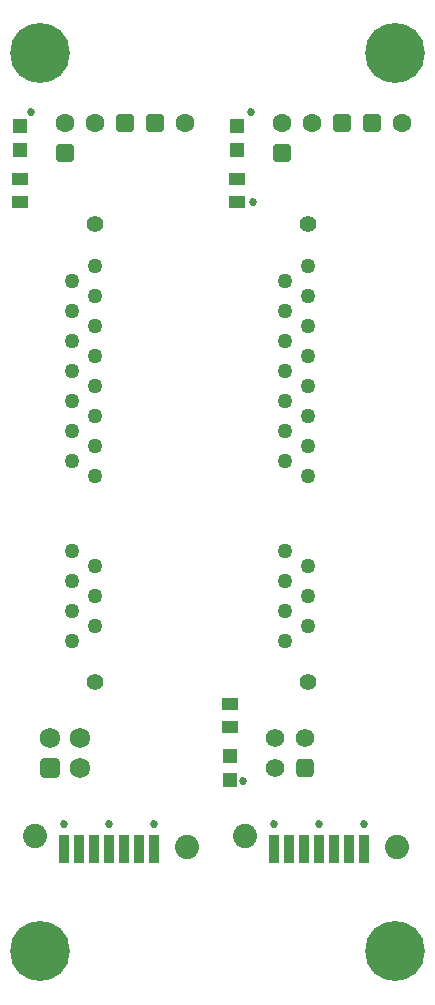
<source format=gbr>
G04*
G04 #@! TF.GenerationSoftware,Altium Limited,Altium Designer,22.11.1 (43)*
G04*
G04 Layer_Color=8388736*
%FSLAX44Y44*%
%MOMM*%
G71*
G04*
G04 #@! TF.SameCoordinates,A02E6F09-B365-49D6-8537-B30C210521C3*
G04*
G04*
G04 #@! TF.FilePolarity,Negative*
G04*
G01*
G75*
%ADD13R,1.4082X1.0065*%
%ADD14R,1.2000X1.2000*%
%ADD15R,0.9000X2.4000*%
%ADD16C,1.4160*%
%ADD17C,1.2760*%
%ADD18C,2.0500*%
%ADD19C,1.5760*%
G04:AMPARAMS|DCode=20|XSize=1.576mm|YSize=1.576mm|CornerRadius=0.413mm|HoleSize=0mm|Usage=FLASHONLY|Rotation=90.000|XOffset=0mm|YOffset=0mm|HoleType=Round|Shape=RoundedRectangle|*
%AMROUNDEDRECTD20*
21,1,1.5760,0.7500,0,0,90.0*
21,1,0.7500,1.5760,0,0,90.0*
1,1,0.8260,0.3750,0.3750*
1,1,0.8260,0.3750,-0.3750*
1,1,0.8260,-0.3750,-0.3750*
1,1,0.8260,-0.3750,0.3750*
%
%ADD20ROUNDEDRECTD20*%
G04:AMPARAMS|DCode=21|XSize=1.596mm|YSize=1.596mm|CornerRadius=0.418mm|HoleSize=0mm|Usage=FLASHONLY|Rotation=0.000|XOffset=0mm|YOffset=0mm|HoleType=Round|Shape=RoundedRectangle|*
%AMROUNDEDRECTD21*
21,1,1.5960,0.7600,0,0,0.0*
21,1,0.7600,1.5960,0,0,0.0*
1,1,0.8360,0.3800,-0.3800*
1,1,0.8360,-0.3800,-0.3800*
1,1,0.8360,-0.3800,0.3800*
1,1,0.8360,0.3800,0.3800*
%
%ADD21ROUNDEDRECTD21*%
%ADD22C,1.5960*%
G04:AMPARAMS|DCode=23|XSize=1.726mm|YSize=1.726mm|CornerRadius=0.4505mm|HoleSize=0mm|Usage=FLASHONLY|Rotation=270.000|XOffset=0mm|YOffset=0mm|HoleType=Round|Shape=RoundedRectangle|*
%AMROUNDEDRECTD23*
21,1,1.7260,0.8250,0,0,270.0*
21,1,0.8250,1.7260,0,0,270.0*
1,1,0.9010,-0.4125,-0.4125*
1,1,0.9010,-0.4125,0.4125*
1,1,0.9010,0.4125,0.4125*
1,1,0.9010,0.4125,-0.4125*
%
%ADD23ROUNDEDRECTD23*%
%ADD24C,1.7260*%
%ADD25C,5.0760*%
G04:AMPARAMS|DCode=26|XSize=1.596mm|YSize=1.596mm|CornerRadius=0.418mm|HoleSize=0mm|Usage=FLASHONLY|Rotation=90.000|XOffset=0mm|YOffset=0mm|HoleType=Round|Shape=RoundedRectangle|*
%AMROUNDEDRECTD26*
21,1,1.5960,0.7600,0,0,90.0*
21,1,0.7600,1.5960,0,0,90.0*
1,1,0.8360,0.3800,0.3800*
1,1,0.8360,0.3800,-0.3800*
1,1,0.8360,-0.3800,-0.3800*
1,1,0.8360,-0.3800,0.3800*
%
%ADD26ROUNDEDRECTD26*%
%ADD27C,0.6856*%
D13*
X850900Y968391D02*
D03*
Y987409D02*
D03*
X844550Y542909D02*
D03*
Y523891D02*
D03*
X666750Y968391D02*
D03*
Y987409D02*
D03*
D14*
X850900Y1011850D02*
D03*
Y1032850D02*
D03*
X844550Y499450D02*
D03*
Y478450D02*
D03*
X666750Y1011850D02*
D03*
Y1032850D02*
D03*
D15*
X958050Y420800D02*
D03*
X945350D02*
D03*
X932650D02*
D03*
X919950D02*
D03*
X907250D02*
D03*
X894550D02*
D03*
X881850D02*
D03*
X780250D02*
D03*
X767550D02*
D03*
X754850D02*
D03*
X742150D02*
D03*
X729450D02*
D03*
X716750D02*
D03*
X704050D02*
D03*
D16*
X730260Y949300D02*
D03*
Y562000D02*
D03*
X910260Y949300D02*
D03*
Y562000D02*
D03*
D17*
X711200Y673100D02*
D03*
X730250Y660410D02*
D03*
X711200Y647700D02*
D03*
X730250Y635000D02*
D03*
X711200Y622300D02*
D03*
X730250Y609600D02*
D03*
X711200Y596900D02*
D03*
X730250Y914400D02*
D03*
X711200Y901700D02*
D03*
X730250Y889000D02*
D03*
X711200Y876310D02*
D03*
X730250Y863600D02*
D03*
X711200Y850900D02*
D03*
X730250Y838200D02*
D03*
X711200Y825500D02*
D03*
X730250Y812800D02*
D03*
X711200Y800100D02*
D03*
X730250Y787400D02*
D03*
X711200Y774700D02*
D03*
X730250Y762000D02*
D03*
X711200Y749300D02*
D03*
X730250Y736600D02*
D03*
X891200Y673100D02*
D03*
X910250Y660410D02*
D03*
X891200Y647700D02*
D03*
X910250Y635000D02*
D03*
X891200Y622300D02*
D03*
X910250Y609600D02*
D03*
X891200Y596900D02*
D03*
X910250Y914400D02*
D03*
X891200Y901700D02*
D03*
X910250Y889000D02*
D03*
X891200Y876310D02*
D03*
X910250Y863600D02*
D03*
X891200Y850900D02*
D03*
X910250Y838200D02*
D03*
X891200Y825500D02*
D03*
X910250Y812800D02*
D03*
X891200Y800100D02*
D03*
X910250Y787400D02*
D03*
X891200Y774700D02*
D03*
X910250Y762000D02*
D03*
X891200Y749300D02*
D03*
X910250Y736600D02*
D03*
D18*
X857250Y431800D02*
D03*
X985550Y421800D02*
D03*
X679450Y431800D02*
D03*
X807750Y421800D02*
D03*
D19*
X882650Y514350D02*
D03*
X908050D02*
D03*
X882650Y488950D02*
D03*
D20*
X908050D02*
D03*
D21*
X781050Y1035050D02*
D03*
X965200D02*
D03*
X755650D02*
D03*
X939800D02*
D03*
D22*
X806450D02*
D03*
X990600D02*
D03*
X704850D02*
D03*
X730250D02*
D03*
X889000D02*
D03*
X914400D02*
D03*
D23*
X692150Y488950D02*
D03*
D24*
X717550D02*
D03*
X692150Y514350D02*
D03*
X717550D02*
D03*
D25*
X684000Y1094000D02*
D03*
X984000D02*
D03*
Y334000D02*
D03*
X684000D02*
D03*
D26*
X704850Y1009650D02*
D03*
X889000D02*
D03*
D27*
X862000Y1044000D02*
D03*
X676000D02*
D03*
X864000Y968000D02*
D03*
X856000Y478000D02*
D03*
X958000Y442000D02*
D03*
X920000D02*
D03*
X882000D02*
D03*
X780000D02*
D03*
X742000D02*
D03*
X704000D02*
D03*
M02*

</source>
